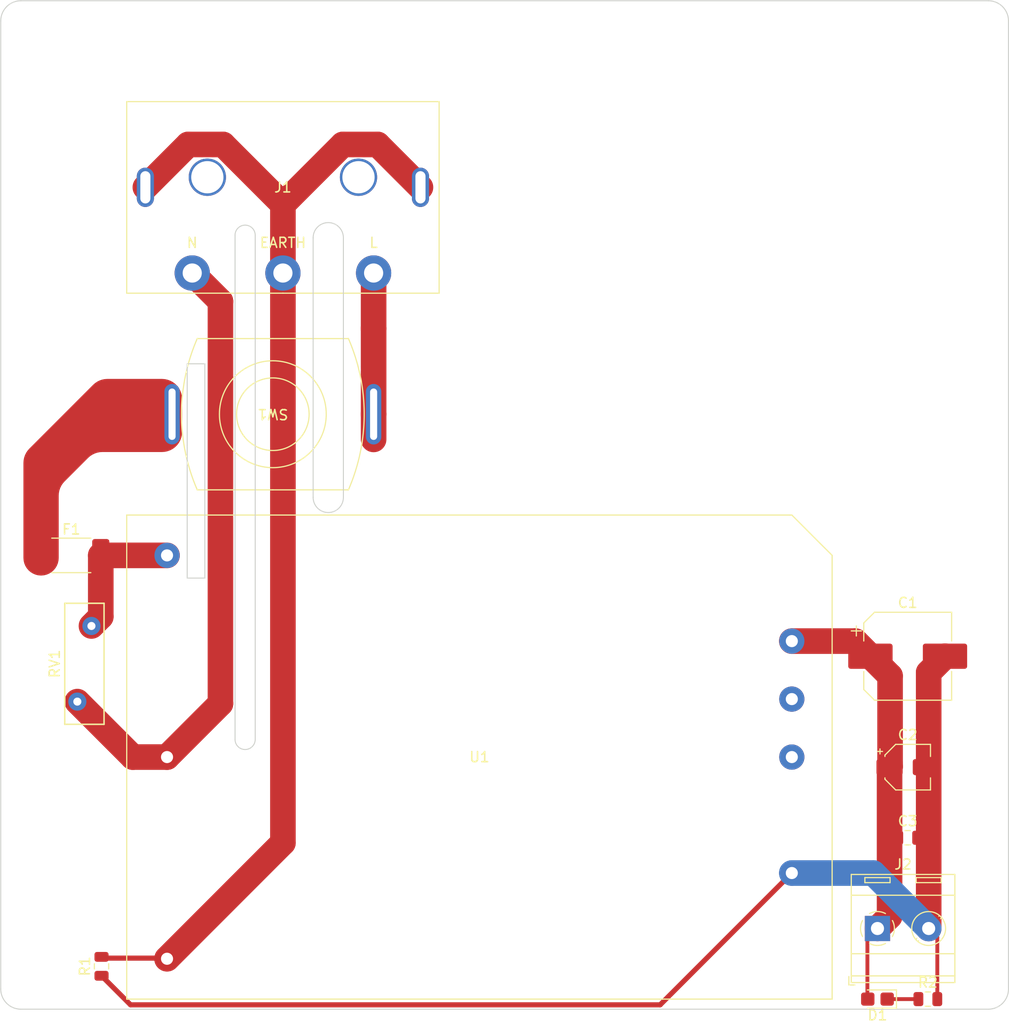
<source format=kicad_pcb>
(kicad_pcb (version 20200809) (host pcbnew "(5.99.0-2671-gfc0a358ba)")
  (layers (0 "F.Cu" signal) (31 "B.Cu" signal) (34 "B.Paste" user) (35 "F.Paste" user) (36 "B.SilkS" user) (37 "F.SilkS" user) (38 "B.Mask" user) (39 "F.Mask" user) (44 "Edge.Cuts" user))
  (net 0 "")
  (net 1 "Net-(C1-Pad1)")
  (net 2 "GND")
  (net 3 "Net-(F1-Pad2)")
  (net 4 "Net-(F1-Pad1)")
  (net 5 "Net-(J1-Pad3)")
  (net 6 "Net-(J1-Pad2)")
  (net 7 "Net-(J1-Pad1)")
  (net 8 "Net-(D1-Pad1)")
  (module "LED_SMD:LED_0805_2012Metric_Castellated" (layer "F.Cu") (at 99 111 180)
    (fp_text reference "D1" (at 0 -1.6) (layer "F.SilkS"))
    (fp_text value "PWR")
    (fp_line (start -1.885 -0.91) (end -1.885 0.91) (layer "F.SilkS") (width 0.12))
    (fp_line (start -1.885 0.91) (end 1 0.91) (layer "F.SilkS") (width 0.12))
    (fp_line (start 1 -0.91) (end -1.885 -0.91) (layer "F.SilkS") (width 0.12))
    (pad "1" smd roundrect (at -0.9625 0 180) (size 1.325 1.3) (layers "F.Cu" "F.Paste" "F.Mask") (roundrect_rratio 0.192308) (net 8 "Net-(D1-Pad1)"))
    (pad "2" smd roundrect (at 0.9625 0 180) (size 1.325 1.3) (layers "F.Cu" "F.Paste" "F.Mask") (roundrect_rratio 0.192308) (net 1 "Net-(C1-Pad1)"))
  )
  (module "TerminalBlock_RND:TerminalBlock_RND_205-00287_1x02_P5.08mm_Horizontal" (layer "F.Cu") (at 99 104)
    (fp_text reference "J2" (at 2.54 -6.36) (layer "F.SilkS"))
    (fp_text value "Screw_Terminal_01x02")
    (fp_line (start 3.83 -4.55) (end 6.33 -4.55) (layer "F.SilkS") (width 0.12))
    (fp_line (start 6.33 -5.05) (end 6.33 -4.55) (layer "F.SilkS") (width 0.12))
    (fp_line (start -2.6 2.5) (end 7.68 2.5) (layer "F.SilkS") (width 0.12))
    (fp_line (start -2.6 -5.36) (end 7.68 -5.36) (layer "F.SilkS") (width 0.12))
    (fp_line (start -2.6 4.7) (end 7.68 4.7) (layer "F.SilkS") (width 0.12))
    (fp_line (start -1.25 -4.55) (end 1.25 -4.55) (layer "F.SilkS") (width 0.12))
    (fp_line (start -2.6 -3.3) (end 7.68 -3.3) (layer "F.SilkS") (width 0.12))
    (fp_line (start 1.25 -5.05) (end 1.25 -4.55) (layer "F.SilkS") (width 0.12))
    (fp_line (start 3.83 -5.05) (end 6.33 -5.05) (layer "F.SilkS") (width 0.12))
    (fp_line (start 4.07 1.216) (end 4.011 1.274) (layer "F.SilkS") (width 0.12))
    (fp_line (start -1.25 -5.05) (end 1.25 -5.05) (layer "F.SilkS") (width 0.12))
    (fp_line (start -2.6 -5.36) (end -2.6 5.36) (layer "F.SilkS") (width 0.12))
    (fp_line (start 6.355 -1.069) (end 6.261 -0.976) (layer "F.SilkS") (width 0.12))
    (fp_line (start 3.83 -5.05) (end 3.83 -4.55) (layer "F.SilkS") (width 0.12))
    (fp_line (start 6.15 -1.275) (end 6.091 -1.216) (layer "F.SilkS") (width 0.12))
    (fp_line (start -1.25 -5.05) (end -1.25 -4.55) (layer "F.SilkS") (width 0.12))
    (fp_line (start 7.68 -5.36) (end 7.68 5.36) (layer "F.SilkS") (width 0.12))
    (fp_line (start -2.84 4.76) (end -2.84 5.6) (layer "F.SilkS") (width 0.12))
    (fp_line (start 3.9 0.976) (end 3.806 1.069) (layer "F.SilkS") (width 0.12))
    (fp_line (start -2.84 5.6) (end -2.24 5.6) (layer "F.SilkS") (width 0.12))
    (fp_line (start -2.6 5.36) (end 7.68 5.36) (layer "F.SilkS") (width 0.12))
    (fp_arc (start 0 0) (end 0.789 -1.484) (angle -56) (layer "F.SilkS") (width 0.12))
    (fp_arc (start 0 0) (end -0.789 1.484) (angle -29) (layer "F.SilkS") (width 0.12))
    (fp_arc (start 0 0) (end 1.484 0.789) (angle -56) (layer "F.SilkS") (width 0.12))
    (fp_arc (start 0 0) (end 0 1.68) (angle -28) (layer "F.SilkS") (width 0.12))
    (fp_arc (start 0 0) (end -1.484 -0.789) (angle -56) (layer "F.SilkS") (width 0.12))
    (fp_circle (center 5.08 0) (end 6.76 0) (layer "F.SilkS") (width 0.12))
    (pad "1" thru_hole rect (at 0 0) (size 2.5 2.5) (drill 1.3) (layers *.Cu *.Mask) (net 1 "Net-(C1-Pad1)"))
    (pad "2" thru_hole circle (at 5.08 0) (size 2.5 2.5) (drill 1.3) (layers *.Cu *.Mask) (net 2 "GND"))
  )
  (module "IEC_Conn:ACT3KD-03BT3B018" (layer "F.Cu") (at 40 39)
    (fp_text reference "J1" (at 0 -8.5 unlocked) (layer "F.SilkS"))
    (fp_text value "IEC Conn")
    (fp_text user "EARTH" (at 0 -3 unlocked) (layer "F.SilkS"))
    (fp_text user "L" (at 9 -3 unlocked) (layer "F.SilkS"))
    (fp_text user "N" (at -9 -3 unlocked) (layer "F.SilkS"))
    (fp_line (start 15.5 -17) (end -15.5 -17) (layer "F.SilkS") (width 0.12))
    (fp_line (start -15.5 2) (end 0 2) (layer "F.SilkS") (width 0.12))
    (fp_line (start -15.5 -17) (end -15.5 2) (layer "F.SilkS") (width 0.12))
    (fp_line (start 15.5 2) (end 15.5 -17) (layer "F.SilkS") (width 0.12))
    (fp_line (start 0 2) (end 15.5 2) (layer "F.SilkS") (width 0.12))
    (pad "" np_thru_hole circle (at 7.5 -9.5) (size 3.7 3.7) (drill 3.2) (layers *.Cu *.Mask))
    (pad "" np_thru_hole circle (at -7.5 -9.5) (size 3.7 3.7) (drill 3.2) (layers *.Cu *.Mask))
    (pad "1" thru_hole circle (at 9 0) (size 3.5 3.5) (drill 1.9) (layers *.Cu *.Mask) (net 7 "Net-(J1-Pad1)"))
    (pad "2" thru_hole circle (at -9 0) (size 3.5 3.5) (drill 1.9) (layers *.Cu *.Mask) (net 6 "Net-(J1-Pad2)"))
    (pad "3" thru_hole oval (at 13.65 -8.5) (size 1.7 3.9) (drill oval 1 3.2) (layers *.Cu *.Mask) (net 5 "Net-(J1-Pad3)"))
    (pad "3" thru_hole oval (at -13.65 -8.5) (size 1.7 3.9) (drill oval 1 3.2) (layers *.Cu *.Mask) (net 5 "Net-(J1-Pad3)"))
    (pad "3" thru_hole circle (at 0 0) (size 3.5 3.5) (drill 1.9) (layers *.Cu *.Mask) (net 5 "Net-(J1-Pad3)"))
  )
  (module "LOGO" (layer "F.Cu") (at 65 74)
    (fp_text reference "G***" hide)
    (fp_text value "LOGO" hide)
  )
  (module "Varistor:RV_Disc_D12mm_W3.9mm_P7.5mm" (layer "F.Cu") (at 21 74 -90)
    (fp_text reference "RV1" (at 3.75 3.65 90) (layer "F.SilkS"))
    (fp_text value "ERZE10E471")
    (fp_line (start 9.75 -1.25) (end 9.75 2.65) (layer "F.SilkS") (width 0.15))
    (fp_line (start -2.25 2.65) (end 9.75 2.65) (layer "F.SilkS") (width 0.15))
    (fp_line (start -2.25 -1.25) (end -2.25 2.65) (layer "F.SilkS") (width 0.15))
    (fp_line (start -2.25 -1.25) (end 9.75 -1.25) (layer "F.SilkS") (width 0.15))
    (pad "1" thru_hole circle (at 0 0 270) (size 1.8 1.8) (drill 0.8) (layers *.Cu *.Mask) (net 3 "Net-(F1-Pad2)"))
    (pad "2" thru_hole circle (at 7.5 1.4 270) (size 1.8 1.8) (drill 0.8) (layers *.Cu *.Mask) (net 6 "Net-(J1-Pad2)"))
  )
  (module "Capacitor_SMD:CP_Elec_8x10.5" (layer "F.Cu") (at 102 77)
    (fp_text reference "C1" (at 0 -5.3) (layer "F.SilkS"))
    (fp_text value "220µF")
    (fp_line (start -3.295563 4.36) (end 4.36 4.36) (layer "F.SilkS") (width 0.12))
    (fp_line (start 4.36 -4.36) (end 4.36 -1.51) (layer "F.SilkS") (width 0.12))
    (fp_line (start -4.36 3.295563) (end -4.36 1.51) (layer "F.SilkS") (width 0.12))
    (fp_line (start -5.1 -3.01) (end -5.1 -2.01) (layer "F.SilkS") (width 0.12))
    (fp_line (start -3.295563 -4.36) (end 4.36 -4.36) (layer "F.SilkS") (width 0.12))
    (fp_line (start -4.36 3.295563) (end -3.295563 4.36) (layer "F.SilkS") (width 0.12))
    (fp_line (start -4.36 -3.295563) (end -3.295563 -4.36) (layer "F.SilkS") (width 0.12))
    (fp_line (start 4.36 4.36) (end 4.36 1.51) (layer "F.SilkS") (width 0.12))
    (fp_line (start -4.36 -3.295563) (end -4.36 -1.51) (layer "F.SilkS") (width 0.12))
    (fp_line (start -5.6 -2.51) (end -4.6 -2.51) (layer "F.SilkS") (width 0.12))
    (pad "1" smd roundrect (at -3.7 0) (size 4.4 2.5) (layers "F.Cu" "F.Paste" "F.Mask") (roundrect_rratio 0.1) (net 1 "Net-(C1-Pad1)"))
    (pad "2" smd roundrect (at 3.7 0) (size 4.4 2.5) (layers "F.Cu" "F.Paste" "F.Mask") (roundrect_rratio 0.1) (net 2 "GND"))
  )
  (module "BPT_Switch:BPT" (layer "F.Cu") (at 39 53 180)
    (fp_text reference "SW1" (at 0 0 180 unlocked) (layer "F.SilkS"))
    (fp_text value "ON/OFF")
    (fp_line (start 0 -7.5) (end -7.5 -7.5) (layer "F.SilkS") (width 0.12))
    (fp_line (start 0 -7.5) (end 7.5 -7.5) (layer "F.SilkS") (width 0.12))
    (fp_line (start 0 7.5) (end 7.5 7.5) (layer "F.SilkS") (width 0.12))
    (fp_line (start 0 7.5) (end -7.5 7.5) (layer "F.SilkS") (width 0.12))
    (fp_arc (start -9.701171 0) (end 7.5 7.5) (angle -47.1160236) (layer "F.SilkS") (width 0.12))
    (fp_arc (start 9.701171 0) (end -7.5 -7.5) (angle -47.1160236) (layer "F.SilkS") (width 0.12))
    (fp_circle (center 0 0) (end 3.6 0) (layer "F.SilkS") (width 0.12))
    (fp_circle (center 0 0) (end 5.3 0) (layer "F.SilkS") (width 0.12))
    (pad "1" thru_hole oval (at -10 0 180) (size 1.524 6) (drill oval 0.7 5.1) (layers *.Cu *.Mask) (net 7 "Net-(J1-Pad1)"))
    (pad "2" thru_hole oval (at 10 0 180) (size 1.524 6) (drill oval 0.7 5.1) (layers *.Cu *.Mask) (net 4 "Net-(F1-Pad1)"))
  )
  (module "Capacitor_SMD:C_0805_2012Metric" (layer "F.Cu") (at 102 95)
    (fp_text reference "C3" (at 0 -1.65) (layer "F.SilkS"))
    (fp_text value "100nF")
    (fp_line (start -0.258578 0.71) (end 0.258578 0.71) (layer "F.SilkS") (width 0.12))
    (fp_line (start -0.258578 -0.71) (end 0.258578 -0.71) (layer "F.SilkS") (width 0.12))
    (pad "1" smd roundrect (at -0.9375 0) (size 0.975 1.4) (layers "F.Cu" "F.Paste" "F.Mask") (net 1 "Net-(C1-Pad1)"))
    (pad "2" smd roundrect (at 0.9375 0) (size 0.975 1.4) (layers "F.Cu" "F.Paste" "F.Mask") (net 2 "GND"))
  )
  (module "Resistor_SMD:R_0805_2012Metric" (layer "F.Cu") (at 22 107.75 90)
    (fp_text reference "R1" (at 0 -1.65 90) (layer "F.SilkS"))
    (fp_text value "100R")
    (fp_line (start -0.258578 -0.71) (end 0.258578 -0.71) (layer "F.SilkS") (width 0.12))
    (fp_line (start -0.258578 0.71) (end 0.258578 0.71) (layer "F.SilkS") (width 0.12))
    (pad "1" smd roundrect (at -0.9375 0 90) (size 0.975 1.4) (layers "F.Cu" "F.Paste" "F.Mask") (net 2 "GND"))
    (pad "2" smd roundrect (at 0.9375 0 90) (size 0.975 1.4) (layers "F.Cu" "F.Paste" "F.Mask") (net 5 "Net-(J1-Pad3)"))
  )
  (module "TAS40-12-W:TAS40-12-W" (layer "F.Cu") (at 59.5 87)
    (fp_text reference "U1" (at 0 0 unlocked) (layer "F.SilkS"))
    (fp_text value "TAS40-12-W")
    (fp_line (start 35 -20) (end 35 24) (layer "F.SilkS") (width 0.12))
    (fp_line (start 35 24) (end -35 24) (layer "F.SilkS") (width 0.12))
    (fp_line (start -35 -24) (end -35 24) (layer "F.SilkS") (width 0.12))
    (fp_line (start -35 -24) (end 31 -24) (layer "F.SilkS") (width 0.12))
    (fp_line (start 35 -20) (end 31 -24) (layer "F.SilkS") (width 0.12))
    (pad "1" thru_hole circle (at -31 -20) (size 2.5 2.5) (drill 1.2) (layers *.Cu *.Mask) (net 3 "Net-(F1-Pad2)"))
    (pad "2" thru_hole circle (at -31 0) (size 2.5 2.5) (drill 1.2) (layers *.Cu *.Mask) (remove_unused_layers) (net 6 "Net-(J1-Pad2)"))
    (pad "3" thru_hole circle (at -31 20) (size 2.5 2.5) (drill 1.2) (layers *.Cu *.Mask) (remove_unused_layers) (net 5 "Net-(J1-Pad3)"))
    (pad "4" thru_hole circle (at 31 17.25) (size 2.5 2.5) (drill 1.2) (layers *.Cu *.Mask) (remove_unused_layers))
    (pad "5" thru_hole circle (at 31 11.5) (size 2.5 2.5) (drill 1.2) (layers *.Cu *.Mask) (net 2 "GND"))
    (pad "6" thru_hole circle (at 31 5.75) (size 2.5 2.5) (drill 1.2) (layers *.Cu *.Mask) (remove_unused_layers))
    (pad "7" thru_hole circle (at 31 0) (size 2.5 2.5) (drill 1.2) (layers *.Cu *.Mask))
    (pad "8" thru_hole circle (at 31 -5.75) (size 2.5 2.5) (drill 1.2) (layers *.Cu *.Mask))
    (pad "9" thru_hole circle (at 31 -11.5) (size 2.5 2.5) (drill 1.2) (layers *.Cu *.Mask) (net 1 "Net-(C1-Pad1)"))
  )
  (module "Fuse:Fuse_2512_6332Metric_Castellated" (layer "F.Cu") (at 19 67)
    (fp_text reference "F1" (at 0 -2.58) (layer "F.SilkS"))
    (fp_text value "0443002.DR")
    (fp_line (start -1.940455 1.71) (end 1.940455 1.71) (layer "F.SilkS") (width 0.12))
    (fp_line (start -1.940455 -1.71) (end 1.940455 -1.71) (layer "F.SilkS") (width 0.12))
    (pad "1" smd roundrect (at -2.925 0) (size 1.7 3.25) (layers "F.Cu" "F.Paste" "F.Mask") (roundrect_rratio 0.147059) (net 4 "Net-(F1-Pad1)"))
    (pad "2" smd roundrect (at 2.925 0) (size 1.7 3.25) (layers "F.Cu" "F.Paste" "F.Mask") (roundrect_rratio 0.147059) (net 3 "Net-(F1-Pad2)"))
  )
  (module "Resistor_SMD:R_0805_2012Metric" (layer "F.Cu") (at 104 111)
    (fp_text reference "R2" (at 0 -1.65) (layer "F.SilkS"))
    (fp_text value "2K")
    (fp_line (start -0.258578 0.71) (end 0.258578 0.71) (layer "F.SilkS") (width 0.12))
    (fp_line (start -0.258578 -0.71) (end 0.258578 -0.71) (layer "F.SilkS") (width 0.12))
    (pad "1" smd roundrect (at -0.9375 0) (size 0.975 1.4) (layers "F.Cu" "F.Paste" "F.Mask") (net 8 "Net-(D1-Pad1)"))
    (pad "2" smd roundrect (at 0.9375 0) (size 0.975 1.4) (layers "F.Cu" "F.Paste" "F.Mask") (net 2 "GND"))
  )
  (module "Capacitor_SMD:CP_Elec_4x5.4" (layer "F.Cu") (at 102 88)
    (fp_text reference "C2" (at 0 -3.2) (layer "F.SilkS"))
    (fp_text value "1µF")
    (fp_line (start -2.26 -1.195563) (end -1.195563 -2.26) (layer "F.SilkS") (width 0.12))
    (fp_line (start -1.195563 2.26) (end 2.26 2.26) (layer "F.SilkS") (width 0.12))
    (fp_line (start 2.26 -2.26) (end 2.26 -1.06) (layer "F.SilkS") (width 0.12))
    (fp_line (start -2.75 -1.81) (end -2.75 -1.31) (layer "F.SilkS") (width 0.12))
    (fp_line (start 2.26 2.26) (end 2.26 1.06) (layer "F.SilkS") (width 0.12))
    (fp_line (start -3 -1.56) (end -2.5 -1.56) (layer "F.SilkS") (width 0.12))
    (fp_line (start -1.195563 -2.26) (end 2.26 -2.26) (layer "F.SilkS") (width 0.12))
    (fp_line (start -2.26 1.195563) (end -2.26 1.06) (layer "F.SilkS") (width 0.12))
    (fp_line (start -2.26 -1.195563) (end -2.26 -1.06) (layer "F.SilkS") (width 0.12))
    (fp_line (start -2.26 1.195563) (end -1.195563 2.26) (layer "F.SilkS") (width 0.12))
    (pad "1" smd roundrect (at -1.8 0) (size 2.6 1.6) (layers "F.Cu" "F.Paste" "F.Mask") (roundrect_rratio 0.15625) (net 1 "Net-(C1-Pad1)"))
    (pad "2" smd roundrect (at 1.8 0) (size 2.6 1.6) (layers "F.Cu" "F.Paste" "F.Mask") (roundrect_rratio 0.15625) (net 2 "GND"))
  )
  (module "LOGO" (layer "B.Cu") (at 65 74 180)
    (fp_text reference "G***" hide)
    (fp_text value "LOGO" hide)
  )
  (gr_line (start 32.25 48) (end 30.5 48) (layer "Edge.Cuts") (width 0.1))
  (gr_arc (start 44.5 61.25) (end 43 61.25) (angle -180) (layer "Edge.Cuts") (width 0.1))
  (gr_line (start 112 14) (end 112 110) (layer "Edge.Cuts") (width 0.1))
  (gr_line (start 37.25 35.25) (end 37.25 85.25) (layer "Edge.Cuts") (width 0.1))
  (gr_line (start 30.5 69.25) (end 32.25 69.25) (layer "Edge.Cuts") (width 0.1))
  (gr_line (start 12 110) (end 12 14) (layer "Edge.Cuts") (width 0.1))
  (gr_line (start 35.25 85.25) (end 35.25 35.25) (layer "Edge.Cuts") (width 0.1))
  (gr_arc (start 14 14) (end 14 12) (angle -90) (layer "Edge.Cuts") (width 0.1))
  (gr_line (start 32.25 69.25) (end 32.25 48) (layer "Edge.Cuts") (width 0.1))
  (gr_arc (start 36.25 35.25) (end 37.25 35.25) (angle -180) (layer "Edge.Cuts") (width 0.1))
  (gr_arc (start 110 14) (end 112 14) (angle -90) (layer "Edge.Cuts") (width 0.1))
  (gr_line (start 43 35.5) (end 43 61.25) (layer "Edge.Cuts") (width 0.1))
  (gr_arc (start 44.5 35.5) (end 46 35.5) (angle -180) (layer "Edge.Cuts") (width 0.1))
  (gr_line (start 14 12) (end 110 12) (layer "Edge.Cuts") (width 0.1))
  (gr_arc (start 14 110) (end 12 110) (angle -90) (layer "Edge.Cuts") (width 0.1))
  (gr_line (start 110 112) (end 14 112) (layer "Edge.Cuts") (width 0.1))
  (gr_line (start 30.5 48) (end 30.5 69.25) (layer "Edge.Cuts") (width 0.1))
  (gr_line (start 46 61.25) (end 46 35.5) (layer "Edge.Cuts") (width 0.1))
  (gr_arc (start 36.25 85.25) (end 37.25 85.25) (angle 180) (layer "Edge.Cuts") (width 0.1))
  (gr_arc (start 110 110) (end 110 112) (angle -90) (layer "Edge.Cuts") (width 0.1))
  (segment (start 100.2 88) (end 100.2 102.8) (width 2.54) (layer "F.Cu") (net 1))
  (segment (start 100.25 78.95) (end 100.25 87.95) (width 2.54) (layer "F.Cu") (net 1))
  (segment (start 96.8 75.5) (end 98.3 77) (width 2.54) (layer "F.Cu") (net 1))
  (segment (start 100.25 87.95) (end 100.2 88) (width 2.54) (layer "F.Cu") (net 1))
  (segment (start 100.2 102.8) (end 99 104) (width 2.54) (layer "F.Cu") (net 1))
  (segment (start 98 110.9625) (end 98.0375 111) (width 0.381) (layer "F.Cu") (net 1))
  (segment (start 90.5 75.5) (end 96.8 75.5) (width 2.54) (layer "F.Cu") (net 1))
  (segment (start 98.3 77) (end 100.25 78.95) (width 2.54) (layer "F.Cu") (net 1))
  (segment (start 99 104) (end 98 105) (width 0.381) (layer "F.Cu") (net 1))
  (segment (start 98 105) (end 98 110.9625) (width 0.381) (layer "F.Cu") (net 1))
  (segment (start 104.08 78.62) (end 105.7 77) (width 2.54) (layer "F.Cu") (net 2))
  (segment (start 24.88149 111.56899) (end 77.43101 111.56899) (width 0.508) (layer "F.Cu") (net 2))
  (segment (start 104.9375 104.8575) (end 104.08 104) (width 0.381) (layer "F.Cu") (net 2))
  (segment (start 22 108.6875) (end 24.88149 111.56899) (width 0.508) (layer "F.Cu") (net 2))
  (segment (start 104.9375 111) (end 104.9375 104.8575) (width 0.381) (layer "F.Cu") (net 2))
  (segment (start 77.43101 111.56899) (end 90.5 98.5) (width 0.508) (layer "F.Cu") (net 2))
  (segment (start 104.08 104) (end 104.08 78.62) (width 2.54) (layer "F.Cu") (net 2))
  (segment (start 90.5 98.5) (end 98.58 98.5) (width 2.54) (layer "B.Cu") (net 2))
  (segment (start 98.58 98.5) (end 104.08 104) (width 2.54) (layer "B.Cu") (net 2))
  (segment (start 21.925 73.075) (end 21 74) (width 2.54) (layer "F.Cu") (net 3))
  (segment (start 21.925 67) (end 28.5 67) (width 2.54) (layer "F.Cu") (net 3))
  (segment (start 21.925 67) (end 21.925 73.075) (width 2.54) (layer "F.Cu") (net 3))
  (segment (start 28.4375 106.9375) (end 28.5 107) (width 0.508) (layer "F.Cu") (net 5))
  (segment (start 40 95.5) (end 28.5 107) (width 2.54) (layer "F.Cu") (net 5))
  (segment (start 30.597001 26.252999) (end 34.058561 26.252999) (width 2.54) (layer "F.Cu") (net 5))
  (segment (start 34.058561 26.252999) (end 40 32.194438) (width 2.54) (layer "F.Cu") (net 5))
  (segment (start 22 106.9375) (end 28.4375 106.9375) (width 0.508) (layer "F.Cu") (net 5))
  (segment (start 49.402999 26.252999) (end 45.941439 26.252999) (width 2.54) (layer "F.Cu") (net 5))
  (segment (start 45.941439 26.252999) (end 40 32.194438) (width 2.54) (layer "F.Cu") (net 5))
  (segment (start 26.35 30.5) (end 30.597001 26.252999) (width 2.54) (layer "F.Cu") (net 5))
  (segment (start 53.65 30.5) (end 49.402999 26.252999) (width 2.54) (layer "F.Cu") (net 5))
  (segment (start 40 32.194438) (end 40 39) (width 2.54) (layer "F.Cu") (net 5))
  (segment (start 40 39) (end 40 95.5) (width 2.54) (layer "F.Cu") (net 5))
  (segment (start 31 39) (end 33.80299 41.80299) (width 2.54) (layer "F.Cu") (net 6))
  (segment (start 19.6 81.5) (end 25.1 87) (width 2.54) (layer "F.Cu") (net 6))
  (segment (start 25.1 87) (end 28.5 87) (width 2.54) (layer "F.Cu") (net 6))
  (segment (start 33.80299 81.69701) (end 28.5 87) (width 2.54) (layer "F.Cu") (net 6))
  (segment (start 33.80299 41.80299) (end 33.80299 81.69701) (width 2.54) (layer "F.Cu") (net 6))
  (segment (start 49 44.5) (end 49 39) (width 2.54) (layer "F.Cu") (net 7))
  (segment (start 49 53) (end 49 44.5) (width 2.54) (layer "F.Cu") (net 7))
  (segment (start 49 55.5) (end 49 53) (width 2.54) (layer "F.Cu") (net 7))
  (segment (start 99.9625 111) (end 103.0625 111) (width 0.381) (layer "F.Cu") (net 8))
  (zone (net 4) (net_name "Net-(F1-Pad1)") (layer "F.Cu") (connect_pads yes (clearance 0.127)) (min_thickness 0.254) (fill yes (thermal_gap 0.508) (thermal_bridge_width 0.508) (smoothing fillet) (radius 2))
    (polygon (pts (xy 30 56.75) (xy 21.25 56.75) (xy 17.75 60.25) (xy 17.75 69) (xy 14.25 69) (xy 14.25 57) (xy 21.75 49.5) (xy 30 49.5)))
  )
)
</source>
